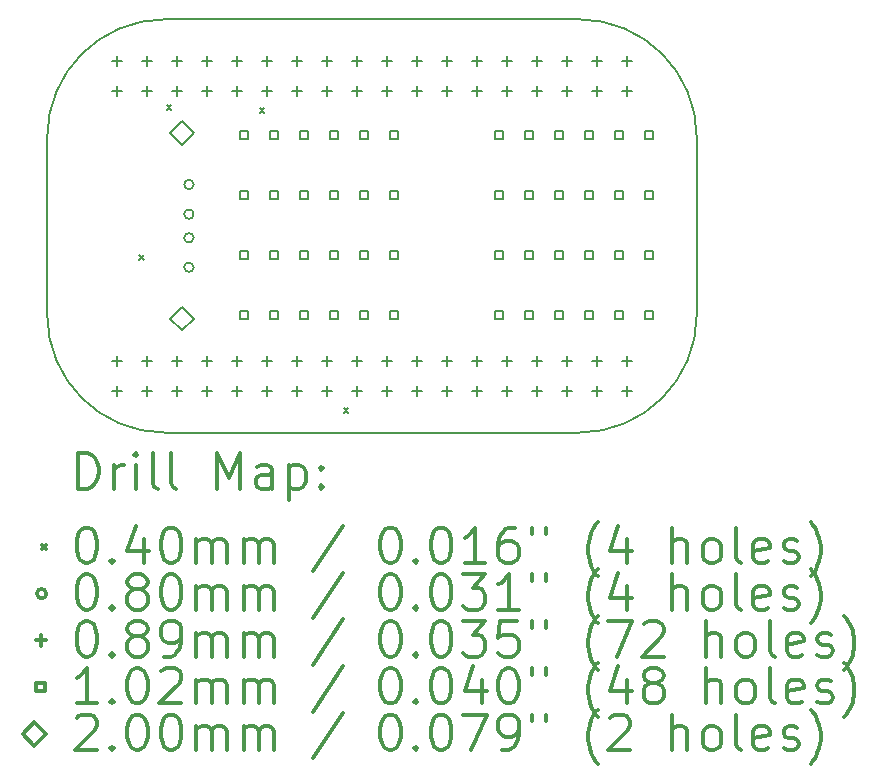
<source format=gbr>
%FSLAX45Y45*%
G04 Gerber Fmt 4.5, Leading zero omitted, Abs format (unit mm)*
G04 Created by KiCad (PCBNEW 4.0.5+dfsg1-4) date Sun Nov 25 11:14:34 2018*
%MOMM*%
%LPD*%
G01*
G04 APERTURE LIST*
%ADD10C,0.127000*%
%ADD11C,0.150000*%
%ADD12C,0.200000*%
%ADD13C,0.300000*%
G04 APERTURE END LIST*
D10*
D11*
X16600110Y-8750360D02*
X13100110Y-8750360D01*
X12100110Y-9750360D02*
G75*
G02X13100110Y-8750360I1000000J0D01*
G01*
X12100110Y-9750360D02*
X12100110Y-11250360D01*
X13100110Y-12250360D02*
G75*
G02X12100110Y-11250360I0J1000000D01*
G01*
X13100110Y-12250360D02*
X16600110Y-12250360D01*
X17600110Y-11250360D02*
G75*
G02X16600110Y-12250360I-1000000J0D01*
G01*
X17600110Y-11250360D02*
X17600110Y-9750360D01*
X16600110Y-8750360D02*
G75*
G02X17600110Y-9750360I0J-1000000D01*
G01*
D12*
X12880000Y-10750000D02*
X12920000Y-10790000D01*
X12920000Y-10750000D02*
X12880000Y-10790000D01*
X13111800Y-9479600D02*
X13151800Y-9519600D01*
X13151800Y-9479600D02*
X13111800Y-9519600D01*
X13899200Y-9505000D02*
X13939200Y-9545000D01*
X13939200Y-9505000D02*
X13899200Y-9545000D01*
X14610400Y-12045000D02*
X14650400Y-12085000D01*
X14650400Y-12045000D02*
X14610400Y-12085000D01*
X13340000Y-10150000D02*
G75*
G03X13340000Y-10150000I-40000J0D01*
G01*
X13340000Y-10400000D02*
G75*
G03X13340000Y-10400000I-40000J0D01*
G01*
X13340000Y-10600000D02*
G75*
G03X13340000Y-10600000I-40000J0D01*
G01*
X13340000Y-10850000D02*
G75*
G03X13340000Y-10850000I-40000J0D01*
G01*
X12691110Y-9058910D02*
X12691110Y-9147810D01*
X12646660Y-9103360D02*
X12735560Y-9103360D01*
X12691110Y-9312910D02*
X12691110Y-9401810D01*
X12646660Y-9357360D02*
X12735560Y-9357360D01*
X12691110Y-11598910D02*
X12691110Y-11687810D01*
X12646660Y-11643360D02*
X12735560Y-11643360D01*
X12691110Y-11852910D02*
X12691110Y-11941810D01*
X12646660Y-11897360D02*
X12735560Y-11897360D01*
X12945110Y-9058910D02*
X12945110Y-9147810D01*
X12900660Y-9103360D02*
X12989560Y-9103360D01*
X12945110Y-9312910D02*
X12945110Y-9401810D01*
X12900660Y-9357360D02*
X12989560Y-9357360D01*
X12945110Y-11598910D02*
X12945110Y-11687810D01*
X12900660Y-11643360D02*
X12989560Y-11643360D01*
X12945110Y-11852910D02*
X12945110Y-11941810D01*
X12900660Y-11897360D02*
X12989560Y-11897360D01*
X13199110Y-9058910D02*
X13199110Y-9147810D01*
X13154660Y-9103360D02*
X13243560Y-9103360D01*
X13199110Y-9312910D02*
X13199110Y-9401810D01*
X13154660Y-9357360D02*
X13243560Y-9357360D01*
X13199110Y-11598910D02*
X13199110Y-11687810D01*
X13154660Y-11643360D02*
X13243560Y-11643360D01*
X13199110Y-11852910D02*
X13199110Y-11941810D01*
X13154660Y-11897360D02*
X13243560Y-11897360D01*
X13453110Y-9058910D02*
X13453110Y-9147810D01*
X13408660Y-9103360D02*
X13497560Y-9103360D01*
X13453110Y-9312910D02*
X13453110Y-9401810D01*
X13408660Y-9357360D02*
X13497560Y-9357360D01*
X13453110Y-11598910D02*
X13453110Y-11687810D01*
X13408660Y-11643360D02*
X13497560Y-11643360D01*
X13453110Y-11852910D02*
X13453110Y-11941810D01*
X13408660Y-11897360D02*
X13497560Y-11897360D01*
X13707110Y-9058910D02*
X13707110Y-9147810D01*
X13662660Y-9103360D02*
X13751560Y-9103360D01*
X13707110Y-9312910D02*
X13707110Y-9401810D01*
X13662660Y-9357360D02*
X13751560Y-9357360D01*
X13707110Y-11598910D02*
X13707110Y-11687810D01*
X13662660Y-11643360D02*
X13751560Y-11643360D01*
X13707110Y-11852910D02*
X13707110Y-11941810D01*
X13662660Y-11897360D02*
X13751560Y-11897360D01*
X13961110Y-9058910D02*
X13961110Y-9147810D01*
X13916660Y-9103360D02*
X14005560Y-9103360D01*
X13961110Y-9312910D02*
X13961110Y-9401810D01*
X13916660Y-9357360D02*
X14005560Y-9357360D01*
X13961110Y-11598910D02*
X13961110Y-11687810D01*
X13916660Y-11643360D02*
X14005560Y-11643360D01*
X13961110Y-11852910D02*
X13961110Y-11941810D01*
X13916660Y-11897360D02*
X14005560Y-11897360D01*
X14215110Y-9058910D02*
X14215110Y-9147810D01*
X14170660Y-9103360D02*
X14259560Y-9103360D01*
X14215110Y-9312910D02*
X14215110Y-9401810D01*
X14170660Y-9357360D02*
X14259560Y-9357360D01*
X14215110Y-11598910D02*
X14215110Y-11687810D01*
X14170660Y-11643360D02*
X14259560Y-11643360D01*
X14215110Y-11852910D02*
X14215110Y-11941810D01*
X14170660Y-11897360D02*
X14259560Y-11897360D01*
X14469110Y-9058910D02*
X14469110Y-9147810D01*
X14424660Y-9103360D02*
X14513560Y-9103360D01*
X14469110Y-9312910D02*
X14469110Y-9401810D01*
X14424660Y-9357360D02*
X14513560Y-9357360D01*
X14469110Y-11598910D02*
X14469110Y-11687810D01*
X14424660Y-11643360D02*
X14513560Y-11643360D01*
X14469110Y-11852910D02*
X14469110Y-11941810D01*
X14424660Y-11897360D02*
X14513560Y-11897360D01*
X14723110Y-9058910D02*
X14723110Y-9147810D01*
X14678660Y-9103360D02*
X14767560Y-9103360D01*
X14723110Y-9312910D02*
X14723110Y-9401810D01*
X14678660Y-9357360D02*
X14767560Y-9357360D01*
X14723110Y-11598910D02*
X14723110Y-11687810D01*
X14678660Y-11643360D02*
X14767560Y-11643360D01*
X14723110Y-11852910D02*
X14723110Y-11941810D01*
X14678660Y-11897360D02*
X14767560Y-11897360D01*
X14977110Y-9058910D02*
X14977110Y-9147810D01*
X14932660Y-9103360D02*
X15021560Y-9103360D01*
X14977110Y-9312910D02*
X14977110Y-9401810D01*
X14932660Y-9357360D02*
X15021560Y-9357360D01*
X14977110Y-11598910D02*
X14977110Y-11687810D01*
X14932660Y-11643360D02*
X15021560Y-11643360D01*
X14977110Y-11852910D02*
X14977110Y-11941810D01*
X14932660Y-11897360D02*
X15021560Y-11897360D01*
X15231110Y-9058910D02*
X15231110Y-9147810D01*
X15186660Y-9103360D02*
X15275560Y-9103360D01*
X15231110Y-9312910D02*
X15231110Y-9401810D01*
X15186660Y-9357360D02*
X15275560Y-9357360D01*
X15231110Y-11598910D02*
X15231110Y-11687810D01*
X15186660Y-11643360D02*
X15275560Y-11643360D01*
X15231110Y-11852910D02*
X15231110Y-11941810D01*
X15186660Y-11897360D02*
X15275560Y-11897360D01*
X15485110Y-9058910D02*
X15485110Y-9147810D01*
X15440660Y-9103360D02*
X15529560Y-9103360D01*
X15485110Y-9312910D02*
X15485110Y-9401810D01*
X15440660Y-9357360D02*
X15529560Y-9357360D01*
X15485110Y-11598910D02*
X15485110Y-11687810D01*
X15440660Y-11643360D02*
X15529560Y-11643360D01*
X15485110Y-11852910D02*
X15485110Y-11941810D01*
X15440660Y-11897360D02*
X15529560Y-11897360D01*
X15739110Y-9058910D02*
X15739110Y-9147810D01*
X15694660Y-9103360D02*
X15783560Y-9103360D01*
X15739110Y-9312910D02*
X15739110Y-9401810D01*
X15694660Y-9357360D02*
X15783560Y-9357360D01*
X15739110Y-11598910D02*
X15739110Y-11687810D01*
X15694660Y-11643360D02*
X15783560Y-11643360D01*
X15739110Y-11852910D02*
X15739110Y-11941810D01*
X15694660Y-11897360D02*
X15783560Y-11897360D01*
X15993110Y-9058910D02*
X15993110Y-9147810D01*
X15948660Y-9103360D02*
X16037560Y-9103360D01*
X15993110Y-9312910D02*
X15993110Y-9401810D01*
X15948660Y-9357360D02*
X16037560Y-9357360D01*
X15993110Y-11598910D02*
X15993110Y-11687810D01*
X15948660Y-11643360D02*
X16037560Y-11643360D01*
X15993110Y-11852910D02*
X15993110Y-11941810D01*
X15948660Y-11897360D02*
X16037560Y-11897360D01*
X16247110Y-9058910D02*
X16247110Y-9147810D01*
X16202660Y-9103360D02*
X16291560Y-9103360D01*
X16247110Y-9312910D02*
X16247110Y-9401810D01*
X16202660Y-9357360D02*
X16291560Y-9357360D01*
X16247110Y-11598910D02*
X16247110Y-11687810D01*
X16202660Y-11643360D02*
X16291560Y-11643360D01*
X16247110Y-11852910D02*
X16247110Y-11941810D01*
X16202660Y-11897360D02*
X16291560Y-11897360D01*
X16501110Y-9058910D02*
X16501110Y-9147810D01*
X16456660Y-9103360D02*
X16545560Y-9103360D01*
X16501110Y-9312910D02*
X16501110Y-9401810D01*
X16456660Y-9357360D02*
X16545560Y-9357360D01*
X16501110Y-11598910D02*
X16501110Y-11687810D01*
X16456660Y-11643360D02*
X16545560Y-11643360D01*
X16501110Y-11852910D02*
X16501110Y-11941810D01*
X16456660Y-11897360D02*
X16545560Y-11897360D01*
X16755110Y-9058910D02*
X16755110Y-9147810D01*
X16710660Y-9103360D02*
X16799560Y-9103360D01*
X16755110Y-9312910D02*
X16755110Y-9401810D01*
X16710660Y-9357360D02*
X16799560Y-9357360D01*
X16755110Y-11598910D02*
X16755110Y-11687810D01*
X16710660Y-11643360D02*
X16799560Y-11643360D01*
X16755110Y-11852910D02*
X16755110Y-11941810D01*
X16710660Y-11897360D02*
X16799560Y-11897360D01*
X17009110Y-9058910D02*
X17009110Y-9147810D01*
X16964660Y-9103360D02*
X17053560Y-9103360D01*
X17009110Y-9312910D02*
X17009110Y-9401810D01*
X16964660Y-9357360D02*
X17053560Y-9357360D01*
X17009110Y-11598910D02*
X17009110Y-11687810D01*
X16964660Y-11643360D02*
X17053560Y-11643360D01*
X17009110Y-11852910D02*
X17009110Y-11941810D01*
X16964660Y-11897360D02*
X17053560Y-11897360D01*
X13802721Y-9764121D02*
X13802721Y-9692279D01*
X13730879Y-9692279D01*
X13730879Y-9764121D01*
X13802721Y-9764121D01*
X13802721Y-10272121D02*
X13802721Y-10200279D01*
X13730879Y-10200279D01*
X13730879Y-10272121D01*
X13802721Y-10272121D01*
X13802721Y-10780121D02*
X13802721Y-10708279D01*
X13730879Y-10708279D01*
X13730879Y-10780121D01*
X13802721Y-10780121D01*
X13802721Y-11288121D02*
X13802721Y-11216279D01*
X13730879Y-11216279D01*
X13730879Y-11288121D01*
X13802721Y-11288121D01*
X14056721Y-9764121D02*
X14056721Y-9692279D01*
X13984879Y-9692279D01*
X13984879Y-9764121D01*
X14056721Y-9764121D01*
X14056721Y-10272121D02*
X14056721Y-10200279D01*
X13984879Y-10200279D01*
X13984879Y-10272121D01*
X14056721Y-10272121D01*
X14056721Y-10780121D02*
X14056721Y-10708279D01*
X13984879Y-10708279D01*
X13984879Y-10780121D01*
X14056721Y-10780121D01*
X14056721Y-11288121D02*
X14056721Y-11216279D01*
X13984879Y-11216279D01*
X13984879Y-11288121D01*
X14056721Y-11288121D01*
X14310721Y-9764121D02*
X14310721Y-9692279D01*
X14238879Y-9692279D01*
X14238879Y-9764121D01*
X14310721Y-9764121D01*
X14310721Y-10272121D02*
X14310721Y-10200279D01*
X14238879Y-10200279D01*
X14238879Y-10272121D01*
X14310721Y-10272121D01*
X14310721Y-10780121D02*
X14310721Y-10708279D01*
X14238879Y-10708279D01*
X14238879Y-10780121D01*
X14310721Y-10780121D01*
X14310721Y-11288121D02*
X14310721Y-11216279D01*
X14238879Y-11216279D01*
X14238879Y-11288121D01*
X14310721Y-11288121D01*
X14564721Y-9764121D02*
X14564721Y-9692279D01*
X14492879Y-9692279D01*
X14492879Y-9764121D01*
X14564721Y-9764121D01*
X14564721Y-10272121D02*
X14564721Y-10200279D01*
X14492879Y-10200279D01*
X14492879Y-10272121D01*
X14564721Y-10272121D01*
X14564721Y-10780121D02*
X14564721Y-10708279D01*
X14492879Y-10708279D01*
X14492879Y-10780121D01*
X14564721Y-10780121D01*
X14564721Y-11288121D02*
X14564721Y-11216279D01*
X14492879Y-11216279D01*
X14492879Y-11288121D01*
X14564721Y-11288121D01*
X14818721Y-9764121D02*
X14818721Y-9692279D01*
X14746879Y-9692279D01*
X14746879Y-9764121D01*
X14818721Y-9764121D01*
X14818721Y-10272121D02*
X14818721Y-10200279D01*
X14746879Y-10200279D01*
X14746879Y-10272121D01*
X14818721Y-10272121D01*
X14818721Y-10780121D02*
X14818721Y-10708279D01*
X14746879Y-10708279D01*
X14746879Y-10780121D01*
X14818721Y-10780121D01*
X14818721Y-11288121D02*
X14818721Y-11216279D01*
X14746879Y-11216279D01*
X14746879Y-11288121D01*
X14818721Y-11288121D01*
X15072721Y-9764121D02*
X15072721Y-9692279D01*
X15000879Y-9692279D01*
X15000879Y-9764121D01*
X15072721Y-9764121D01*
X15072721Y-10272121D02*
X15072721Y-10200279D01*
X15000879Y-10200279D01*
X15000879Y-10272121D01*
X15072721Y-10272121D01*
X15072721Y-10780121D02*
X15072721Y-10708279D01*
X15000879Y-10708279D01*
X15000879Y-10780121D01*
X15072721Y-10780121D01*
X15072721Y-11288121D02*
X15072721Y-11216279D01*
X15000879Y-11216279D01*
X15000879Y-11288121D01*
X15072721Y-11288121D01*
X15961721Y-9764121D02*
X15961721Y-9692279D01*
X15889879Y-9692279D01*
X15889879Y-9764121D01*
X15961721Y-9764121D01*
X15961721Y-10272121D02*
X15961721Y-10200279D01*
X15889879Y-10200279D01*
X15889879Y-10272121D01*
X15961721Y-10272121D01*
X15961721Y-10780121D02*
X15961721Y-10708279D01*
X15889879Y-10708279D01*
X15889879Y-10780121D01*
X15961721Y-10780121D01*
X15961721Y-11288121D02*
X15961721Y-11216279D01*
X15889879Y-11216279D01*
X15889879Y-11288121D01*
X15961721Y-11288121D01*
X16215721Y-9764121D02*
X16215721Y-9692279D01*
X16143879Y-9692279D01*
X16143879Y-9764121D01*
X16215721Y-9764121D01*
X16215721Y-10272121D02*
X16215721Y-10200279D01*
X16143879Y-10200279D01*
X16143879Y-10272121D01*
X16215721Y-10272121D01*
X16215721Y-10780121D02*
X16215721Y-10708279D01*
X16143879Y-10708279D01*
X16143879Y-10780121D01*
X16215721Y-10780121D01*
X16215721Y-11288121D02*
X16215721Y-11216279D01*
X16143879Y-11216279D01*
X16143879Y-11288121D01*
X16215721Y-11288121D01*
X16469721Y-9764121D02*
X16469721Y-9692279D01*
X16397879Y-9692279D01*
X16397879Y-9764121D01*
X16469721Y-9764121D01*
X16469721Y-10272121D02*
X16469721Y-10200279D01*
X16397879Y-10200279D01*
X16397879Y-10272121D01*
X16469721Y-10272121D01*
X16469721Y-10780121D02*
X16469721Y-10708279D01*
X16397879Y-10708279D01*
X16397879Y-10780121D01*
X16469721Y-10780121D01*
X16469721Y-11288121D02*
X16469721Y-11216279D01*
X16397879Y-11216279D01*
X16397879Y-11288121D01*
X16469721Y-11288121D01*
X16723721Y-9764121D02*
X16723721Y-9692279D01*
X16651879Y-9692279D01*
X16651879Y-9764121D01*
X16723721Y-9764121D01*
X16723721Y-10272121D02*
X16723721Y-10200279D01*
X16651879Y-10200279D01*
X16651879Y-10272121D01*
X16723721Y-10272121D01*
X16723721Y-10780121D02*
X16723721Y-10708279D01*
X16651879Y-10708279D01*
X16651879Y-10780121D01*
X16723721Y-10780121D01*
X16723721Y-11288121D02*
X16723721Y-11216279D01*
X16651879Y-11216279D01*
X16651879Y-11288121D01*
X16723721Y-11288121D01*
X16977721Y-9764121D02*
X16977721Y-9692279D01*
X16905879Y-9692279D01*
X16905879Y-9764121D01*
X16977721Y-9764121D01*
X16977721Y-10272121D02*
X16977721Y-10200279D01*
X16905879Y-10200279D01*
X16905879Y-10272121D01*
X16977721Y-10272121D01*
X16977721Y-10780121D02*
X16977721Y-10708279D01*
X16905879Y-10708279D01*
X16905879Y-10780121D01*
X16977721Y-10780121D01*
X16977721Y-11288121D02*
X16977721Y-11216279D01*
X16905879Y-11216279D01*
X16905879Y-11288121D01*
X16977721Y-11288121D01*
X17231721Y-9764121D02*
X17231721Y-9692279D01*
X17159879Y-9692279D01*
X17159879Y-9764121D01*
X17231721Y-9764121D01*
X17231721Y-10272121D02*
X17231721Y-10200279D01*
X17159879Y-10200279D01*
X17159879Y-10272121D01*
X17231721Y-10272121D01*
X17231721Y-10780121D02*
X17231721Y-10708279D01*
X17159879Y-10708279D01*
X17159879Y-10780121D01*
X17231721Y-10780121D01*
X17231721Y-11288121D02*
X17231721Y-11216279D01*
X17159879Y-11216279D01*
X17159879Y-11288121D01*
X17231721Y-11288121D01*
X13240000Y-9815000D02*
X13340000Y-9715000D01*
X13240000Y-9615000D01*
X13140000Y-9715000D01*
X13240000Y-9815000D01*
X13240000Y-11385000D02*
X13340000Y-11285000D01*
X13240000Y-11185000D01*
X13140000Y-11285000D01*
X13240000Y-11385000D01*
D13*
X12364038Y-12723574D02*
X12364038Y-12423574D01*
X12435467Y-12423574D01*
X12478324Y-12437860D01*
X12506896Y-12466431D01*
X12521181Y-12495003D01*
X12535467Y-12552146D01*
X12535467Y-12595003D01*
X12521181Y-12652146D01*
X12506896Y-12680717D01*
X12478324Y-12709289D01*
X12435467Y-12723574D01*
X12364038Y-12723574D01*
X12664038Y-12723574D02*
X12664038Y-12523574D01*
X12664038Y-12580717D02*
X12678324Y-12552146D01*
X12692610Y-12537860D01*
X12721181Y-12523574D01*
X12749753Y-12523574D01*
X12849753Y-12723574D02*
X12849753Y-12523574D01*
X12849753Y-12423574D02*
X12835467Y-12437860D01*
X12849753Y-12452146D01*
X12864038Y-12437860D01*
X12849753Y-12423574D01*
X12849753Y-12452146D01*
X13035467Y-12723574D02*
X13006896Y-12709289D01*
X12992610Y-12680717D01*
X12992610Y-12423574D01*
X13192610Y-12723574D02*
X13164038Y-12709289D01*
X13149753Y-12680717D01*
X13149753Y-12423574D01*
X13535467Y-12723574D02*
X13535467Y-12423574D01*
X13635467Y-12637860D01*
X13735467Y-12423574D01*
X13735467Y-12723574D01*
X14006896Y-12723574D02*
X14006896Y-12566431D01*
X13992610Y-12537860D01*
X13964038Y-12523574D01*
X13906896Y-12523574D01*
X13878324Y-12537860D01*
X14006896Y-12709289D02*
X13978324Y-12723574D01*
X13906896Y-12723574D01*
X13878324Y-12709289D01*
X13864038Y-12680717D01*
X13864038Y-12652146D01*
X13878324Y-12623574D01*
X13906896Y-12609289D01*
X13978324Y-12609289D01*
X14006896Y-12595003D01*
X14149753Y-12523574D02*
X14149753Y-12823574D01*
X14149753Y-12537860D02*
X14178324Y-12523574D01*
X14235467Y-12523574D01*
X14264038Y-12537860D01*
X14278324Y-12552146D01*
X14292610Y-12580717D01*
X14292610Y-12666431D01*
X14278324Y-12695003D01*
X14264038Y-12709289D01*
X14235467Y-12723574D01*
X14178324Y-12723574D01*
X14149753Y-12709289D01*
X14421181Y-12695003D02*
X14435467Y-12709289D01*
X14421181Y-12723574D01*
X14406896Y-12709289D01*
X14421181Y-12695003D01*
X14421181Y-12723574D01*
X14421181Y-12537860D02*
X14435467Y-12552146D01*
X14421181Y-12566431D01*
X14406896Y-12552146D01*
X14421181Y-12537860D01*
X14421181Y-12566431D01*
X12052610Y-13197860D02*
X12092610Y-13237860D01*
X12092610Y-13197860D02*
X12052610Y-13237860D01*
X12421181Y-13053574D02*
X12449753Y-13053574D01*
X12478324Y-13067860D01*
X12492610Y-13082146D01*
X12506896Y-13110717D01*
X12521181Y-13167860D01*
X12521181Y-13239289D01*
X12506896Y-13296431D01*
X12492610Y-13325003D01*
X12478324Y-13339289D01*
X12449753Y-13353574D01*
X12421181Y-13353574D01*
X12392610Y-13339289D01*
X12378324Y-13325003D01*
X12364038Y-13296431D01*
X12349753Y-13239289D01*
X12349753Y-13167860D01*
X12364038Y-13110717D01*
X12378324Y-13082146D01*
X12392610Y-13067860D01*
X12421181Y-13053574D01*
X12649753Y-13325003D02*
X12664038Y-13339289D01*
X12649753Y-13353574D01*
X12635467Y-13339289D01*
X12649753Y-13325003D01*
X12649753Y-13353574D01*
X12921181Y-13153574D02*
X12921181Y-13353574D01*
X12849753Y-13039289D02*
X12778324Y-13253574D01*
X12964038Y-13253574D01*
X13135467Y-13053574D02*
X13164038Y-13053574D01*
X13192610Y-13067860D01*
X13206896Y-13082146D01*
X13221181Y-13110717D01*
X13235467Y-13167860D01*
X13235467Y-13239289D01*
X13221181Y-13296431D01*
X13206896Y-13325003D01*
X13192610Y-13339289D01*
X13164038Y-13353574D01*
X13135467Y-13353574D01*
X13106896Y-13339289D01*
X13092610Y-13325003D01*
X13078324Y-13296431D01*
X13064038Y-13239289D01*
X13064038Y-13167860D01*
X13078324Y-13110717D01*
X13092610Y-13082146D01*
X13106896Y-13067860D01*
X13135467Y-13053574D01*
X13364038Y-13353574D02*
X13364038Y-13153574D01*
X13364038Y-13182146D02*
X13378324Y-13167860D01*
X13406896Y-13153574D01*
X13449753Y-13153574D01*
X13478324Y-13167860D01*
X13492610Y-13196431D01*
X13492610Y-13353574D01*
X13492610Y-13196431D02*
X13506896Y-13167860D01*
X13535467Y-13153574D01*
X13578324Y-13153574D01*
X13606896Y-13167860D01*
X13621181Y-13196431D01*
X13621181Y-13353574D01*
X13764038Y-13353574D02*
X13764038Y-13153574D01*
X13764038Y-13182146D02*
X13778324Y-13167860D01*
X13806896Y-13153574D01*
X13849753Y-13153574D01*
X13878324Y-13167860D01*
X13892610Y-13196431D01*
X13892610Y-13353574D01*
X13892610Y-13196431D02*
X13906896Y-13167860D01*
X13935467Y-13153574D01*
X13978324Y-13153574D01*
X14006896Y-13167860D01*
X14021181Y-13196431D01*
X14021181Y-13353574D01*
X14606896Y-13039289D02*
X14349753Y-13425003D01*
X14992610Y-13053574D02*
X15021181Y-13053574D01*
X15049753Y-13067860D01*
X15064038Y-13082146D01*
X15078324Y-13110717D01*
X15092610Y-13167860D01*
X15092610Y-13239289D01*
X15078324Y-13296431D01*
X15064038Y-13325003D01*
X15049753Y-13339289D01*
X15021181Y-13353574D01*
X14992610Y-13353574D01*
X14964038Y-13339289D01*
X14949753Y-13325003D01*
X14935467Y-13296431D01*
X14921181Y-13239289D01*
X14921181Y-13167860D01*
X14935467Y-13110717D01*
X14949753Y-13082146D01*
X14964038Y-13067860D01*
X14992610Y-13053574D01*
X15221181Y-13325003D02*
X15235467Y-13339289D01*
X15221181Y-13353574D01*
X15206896Y-13339289D01*
X15221181Y-13325003D01*
X15221181Y-13353574D01*
X15421181Y-13053574D02*
X15449753Y-13053574D01*
X15478324Y-13067860D01*
X15492610Y-13082146D01*
X15506895Y-13110717D01*
X15521181Y-13167860D01*
X15521181Y-13239289D01*
X15506895Y-13296431D01*
X15492610Y-13325003D01*
X15478324Y-13339289D01*
X15449753Y-13353574D01*
X15421181Y-13353574D01*
X15392610Y-13339289D01*
X15378324Y-13325003D01*
X15364038Y-13296431D01*
X15349753Y-13239289D01*
X15349753Y-13167860D01*
X15364038Y-13110717D01*
X15378324Y-13082146D01*
X15392610Y-13067860D01*
X15421181Y-13053574D01*
X15806895Y-13353574D02*
X15635467Y-13353574D01*
X15721181Y-13353574D02*
X15721181Y-13053574D01*
X15692610Y-13096431D01*
X15664038Y-13125003D01*
X15635467Y-13139289D01*
X16064038Y-13053574D02*
X16006895Y-13053574D01*
X15978324Y-13067860D01*
X15964038Y-13082146D01*
X15935467Y-13125003D01*
X15921181Y-13182146D01*
X15921181Y-13296431D01*
X15935467Y-13325003D01*
X15949753Y-13339289D01*
X15978324Y-13353574D01*
X16035467Y-13353574D01*
X16064038Y-13339289D01*
X16078324Y-13325003D01*
X16092610Y-13296431D01*
X16092610Y-13225003D01*
X16078324Y-13196431D01*
X16064038Y-13182146D01*
X16035467Y-13167860D01*
X15978324Y-13167860D01*
X15949753Y-13182146D01*
X15935467Y-13196431D01*
X15921181Y-13225003D01*
X16206896Y-13053574D02*
X16206896Y-13110717D01*
X16321181Y-13053574D02*
X16321181Y-13110717D01*
X16764038Y-13467860D02*
X16749753Y-13453574D01*
X16721181Y-13410717D01*
X16706895Y-13382146D01*
X16692610Y-13339289D01*
X16678324Y-13267860D01*
X16678324Y-13210717D01*
X16692610Y-13139289D01*
X16706895Y-13096431D01*
X16721181Y-13067860D01*
X16749753Y-13025003D01*
X16764038Y-13010717D01*
X17006896Y-13153574D02*
X17006896Y-13353574D01*
X16935467Y-13039289D02*
X16864038Y-13253574D01*
X17049753Y-13253574D01*
X17392610Y-13353574D02*
X17392610Y-13053574D01*
X17521181Y-13353574D02*
X17521181Y-13196431D01*
X17506896Y-13167860D01*
X17478324Y-13153574D01*
X17435467Y-13153574D01*
X17406896Y-13167860D01*
X17392610Y-13182146D01*
X17706896Y-13353574D02*
X17678324Y-13339289D01*
X17664038Y-13325003D01*
X17649753Y-13296431D01*
X17649753Y-13210717D01*
X17664038Y-13182146D01*
X17678324Y-13167860D01*
X17706896Y-13153574D01*
X17749753Y-13153574D01*
X17778324Y-13167860D01*
X17792610Y-13182146D01*
X17806896Y-13210717D01*
X17806896Y-13296431D01*
X17792610Y-13325003D01*
X17778324Y-13339289D01*
X17749753Y-13353574D01*
X17706896Y-13353574D01*
X17978324Y-13353574D02*
X17949753Y-13339289D01*
X17935467Y-13310717D01*
X17935467Y-13053574D01*
X18206896Y-13339289D02*
X18178324Y-13353574D01*
X18121181Y-13353574D01*
X18092610Y-13339289D01*
X18078324Y-13310717D01*
X18078324Y-13196431D01*
X18092610Y-13167860D01*
X18121181Y-13153574D01*
X18178324Y-13153574D01*
X18206896Y-13167860D01*
X18221181Y-13196431D01*
X18221181Y-13225003D01*
X18078324Y-13253574D01*
X18335467Y-13339289D02*
X18364039Y-13353574D01*
X18421181Y-13353574D01*
X18449753Y-13339289D01*
X18464039Y-13310717D01*
X18464039Y-13296431D01*
X18449753Y-13267860D01*
X18421181Y-13253574D01*
X18378324Y-13253574D01*
X18349753Y-13239289D01*
X18335467Y-13210717D01*
X18335467Y-13196431D01*
X18349753Y-13167860D01*
X18378324Y-13153574D01*
X18421181Y-13153574D01*
X18449753Y-13167860D01*
X18564038Y-13467860D02*
X18578324Y-13453574D01*
X18606896Y-13410717D01*
X18621181Y-13382146D01*
X18635467Y-13339289D01*
X18649753Y-13267860D01*
X18649753Y-13210717D01*
X18635467Y-13139289D01*
X18621181Y-13096431D01*
X18606896Y-13067860D01*
X18578324Y-13025003D01*
X18564038Y-13010717D01*
X12092610Y-13613860D02*
G75*
G03X12092610Y-13613860I-40000J0D01*
G01*
X12421181Y-13449574D02*
X12449753Y-13449574D01*
X12478324Y-13463860D01*
X12492610Y-13478146D01*
X12506896Y-13506717D01*
X12521181Y-13563860D01*
X12521181Y-13635289D01*
X12506896Y-13692431D01*
X12492610Y-13721003D01*
X12478324Y-13735289D01*
X12449753Y-13749574D01*
X12421181Y-13749574D01*
X12392610Y-13735289D01*
X12378324Y-13721003D01*
X12364038Y-13692431D01*
X12349753Y-13635289D01*
X12349753Y-13563860D01*
X12364038Y-13506717D01*
X12378324Y-13478146D01*
X12392610Y-13463860D01*
X12421181Y-13449574D01*
X12649753Y-13721003D02*
X12664038Y-13735289D01*
X12649753Y-13749574D01*
X12635467Y-13735289D01*
X12649753Y-13721003D01*
X12649753Y-13749574D01*
X12835467Y-13578146D02*
X12806896Y-13563860D01*
X12792610Y-13549574D01*
X12778324Y-13521003D01*
X12778324Y-13506717D01*
X12792610Y-13478146D01*
X12806896Y-13463860D01*
X12835467Y-13449574D01*
X12892610Y-13449574D01*
X12921181Y-13463860D01*
X12935467Y-13478146D01*
X12949753Y-13506717D01*
X12949753Y-13521003D01*
X12935467Y-13549574D01*
X12921181Y-13563860D01*
X12892610Y-13578146D01*
X12835467Y-13578146D01*
X12806896Y-13592431D01*
X12792610Y-13606717D01*
X12778324Y-13635289D01*
X12778324Y-13692431D01*
X12792610Y-13721003D01*
X12806896Y-13735289D01*
X12835467Y-13749574D01*
X12892610Y-13749574D01*
X12921181Y-13735289D01*
X12935467Y-13721003D01*
X12949753Y-13692431D01*
X12949753Y-13635289D01*
X12935467Y-13606717D01*
X12921181Y-13592431D01*
X12892610Y-13578146D01*
X13135467Y-13449574D02*
X13164038Y-13449574D01*
X13192610Y-13463860D01*
X13206896Y-13478146D01*
X13221181Y-13506717D01*
X13235467Y-13563860D01*
X13235467Y-13635289D01*
X13221181Y-13692431D01*
X13206896Y-13721003D01*
X13192610Y-13735289D01*
X13164038Y-13749574D01*
X13135467Y-13749574D01*
X13106896Y-13735289D01*
X13092610Y-13721003D01*
X13078324Y-13692431D01*
X13064038Y-13635289D01*
X13064038Y-13563860D01*
X13078324Y-13506717D01*
X13092610Y-13478146D01*
X13106896Y-13463860D01*
X13135467Y-13449574D01*
X13364038Y-13749574D02*
X13364038Y-13549574D01*
X13364038Y-13578146D02*
X13378324Y-13563860D01*
X13406896Y-13549574D01*
X13449753Y-13549574D01*
X13478324Y-13563860D01*
X13492610Y-13592431D01*
X13492610Y-13749574D01*
X13492610Y-13592431D02*
X13506896Y-13563860D01*
X13535467Y-13549574D01*
X13578324Y-13549574D01*
X13606896Y-13563860D01*
X13621181Y-13592431D01*
X13621181Y-13749574D01*
X13764038Y-13749574D02*
X13764038Y-13549574D01*
X13764038Y-13578146D02*
X13778324Y-13563860D01*
X13806896Y-13549574D01*
X13849753Y-13549574D01*
X13878324Y-13563860D01*
X13892610Y-13592431D01*
X13892610Y-13749574D01*
X13892610Y-13592431D02*
X13906896Y-13563860D01*
X13935467Y-13549574D01*
X13978324Y-13549574D01*
X14006896Y-13563860D01*
X14021181Y-13592431D01*
X14021181Y-13749574D01*
X14606896Y-13435289D02*
X14349753Y-13821003D01*
X14992610Y-13449574D02*
X15021181Y-13449574D01*
X15049753Y-13463860D01*
X15064038Y-13478146D01*
X15078324Y-13506717D01*
X15092610Y-13563860D01*
X15092610Y-13635289D01*
X15078324Y-13692431D01*
X15064038Y-13721003D01*
X15049753Y-13735289D01*
X15021181Y-13749574D01*
X14992610Y-13749574D01*
X14964038Y-13735289D01*
X14949753Y-13721003D01*
X14935467Y-13692431D01*
X14921181Y-13635289D01*
X14921181Y-13563860D01*
X14935467Y-13506717D01*
X14949753Y-13478146D01*
X14964038Y-13463860D01*
X14992610Y-13449574D01*
X15221181Y-13721003D02*
X15235467Y-13735289D01*
X15221181Y-13749574D01*
X15206896Y-13735289D01*
X15221181Y-13721003D01*
X15221181Y-13749574D01*
X15421181Y-13449574D02*
X15449753Y-13449574D01*
X15478324Y-13463860D01*
X15492610Y-13478146D01*
X15506895Y-13506717D01*
X15521181Y-13563860D01*
X15521181Y-13635289D01*
X15506895Y-13692431D01*
X15492610Y-13721003D01*
X15478324Y-13735289D01*
X15449753Y-13749574D01*
X15421181Y-13749574D01*
X15392610Y-13735289D01*
X15378324Y-13721003D01*
X15364038Y-13692431D01*
X15349753Y-13635289D01*
X15349753Y-13563860D01*
X15364038Y-13506717D01*
X15378324Y-13478146D01*
X15392610Y-13463860D01*
X15421181Y-13449574D01*
X15621181Y-13449574D02*
X15806895Y-13449574D01*
X15706895Y-13563860D01*
X15749753Y-13563860D01*
X15778324Y-13578146D01*
X15792610Y-13592431D01*
X15806895Y-13621003D01*
X15806895Y-13692431D01*
X15792610Y-13721003D01*
X15778324Y-13735289D01*
X15749753Y-13749574D01*
X15664038Y-13749574D01*
X15635467Y-13735289D01*
X15621181Y-13721003D01*
X16092610Y-13749574D02*
X15921181Y-13749574D01*
X16006895Y-13749574D02*
X16006895Y-13449574D01*
X15978324Y-13492431D01*
X15949753Y-13521003D01*
X15921181Y-13535289D01*
X16206896Y-13449574D02*
X16206896Y-13506717D01*
X16321181Y-13449574D02*
X16321181Y-13506717D01*
X16764038Y-13863860D02*
X16749753Y-13849574D01*
X16721181Y-13806717D01*
X16706895Y-13778146D01*
X16692610Y-13735289D01*
X16678324Y-13663860D01*
X16678324Y-13606717D01*
X16692610Y-13535289D01*
X16706895Y-13492431D01*
X16721181Y-13463860D01*
X16749753Y-13421003D01*
X16764038Y-13406717D01*
X17006896Y-13549574D02*
X17006896Y-13749574D01*
X16935467Y-13435289D02*
X16864038Y-13649574D01*
X17049753Y-13649574D01*
X17392610Y-13749574D02*
X17392610Y-13449574D01*
X17521181Y-13749574D02*
X17521181Y-13592431D01*
X17506896Y-13563860D01*
X17478324Y-13549574D01*
X17435467Y-13549574D01*
X17406896Y-13563860D01*
X17392610Y-13578146D01*
X17706896Y-13749574D02*
X17678324Y-13735289D01*
X17664038Y-13721003D01*
X17649753Y-13692431D01*
X17649753Y-13606717D01*
X17664038Y-13578146D01*
X17678324Y-13563860D01*
X17706896Y-13549574D01*
X17749753Y-13549574D01*
X17778324Y-13563860D01*
X17792610Y-13578146D01*
X17806896Y-13606717D01*
X17806896Y-13692431D01*
X17792610Y-13721003D01*
X17778324Y-13735289D01*
X17749753Y-13749574D01*
X17706896Y-13749574D01*
X17978324Y-13749574D02*
X17949753Y-13735289D01*
X17935467Y-13706717D01*
X17935467Y-13449574D01*
X18206896Y-13735289D02*
X18178324Y-13749574D01*
X18121181Y-13749574D01*
X18092610Y-13735289D01*
X18078324Y-13706717D01*
X18078324Y-13592431D01*
X18092610Y-13563860D01*
X18121181Y-13549574D01*
X18178324Y-13549574D01*
X18206896Y-13563860D01*
X18221181Y-13592431D01*
X18221181Y-13621003D01*
X18078324Y-13649574D01*
X18335467Y-13735289D02*
X18364039Y-13749574D01*
X18421181Y-13749574D01*
X18449753Y-13735289D01*
X18464039Y-13706717D01*
X18464039Y-13692431D01*
X18449753Y-13663860D01*
X18421181Y-13649574D01*
X18378324Y-13649574D01*
X18349753Y-13635289D01*
X18335467Y-13606717D01*
X18335467Y-13592431D01*
X18349753Y-13563860D01*
X18378324Y-13549574D01*
X18421181Y-13549574D01*
X18449753Y-13563860D01*
X18564038Y-13863860D02*
X18578324Y-13849574D01*
X18606896Y-13806717D01*
X18621181Y-13778146D01*
X18635467Y-13735289D01*
X18649753Y-13663860D01*
X18649753Y-13606717D01*
X18635467Y-13535289D01*
X18621181Y-13492431D01*
X18606896Y-13463860D01*
X18578324Y-13421003D01*
X18564038Y-13406717D01*
X12048160Y-13965410D02*
X12048160Y-14054310D01*
X12003710Y-14009860D02*
X12092610Y-14009860D01*
X12421181Y-13845574D02*
X12449753Y-13845574D01*
X12478324Y-13859860D01*
X12492610Y-13874146D01*
X12506896Y-13902717D01*
X12521181Y-13959860D01*
X12521181Y-14031289D01*
X12506896Y-14088431D01*
X12492610Y-14117003D01*
X12478324Y-14131289D01*
X12449753Y-14145574D01*
X12421181Y-14145574D01*
X12392610Y-14131289D01*
X12378324Y-14117003D01*
X12364038Y-14088431D01*
X12349753Y-14031289D01*
X12349753Y-13959860D01*
X12364038Y-13902717D01*
X12378324Y-13874146D01*
X12392610Y-13859860D01*
X12421181Y-13845574D01*
X12649753Y-14117003D02*
X12664038Y-14131289D01*
X12649753Y-14145574D01*
X12635467Y-14131289D01*
X12649753Y-14117003D01*
X12649753Y-14145574D01*
X12835467Y-13974146D02*
X12806896Y-13959860D01*
X12792610Y-13945574D01*
X12778324Y-13917003D01*
X12778324Y-13902717D01*
X12792610Y-13874146D01*
X12806896Y-13859860D01*
X12835467Y-13845574D01*
X12892610Y-13845574D01*
X12921181Y-13859860D01*
X12935467Y-13874146D01*
X12949753Y-13902717D01*
X12949753Y-13917003D01*
X12935467Y-13945574D01*
X12921181Y-13959860D01*
X12892610Y-13974146D01*
X12835467Y-13974146D01*
X12806896Y-13988431D01*
X12792610Y-14002717D01*
X12778324Y-14031289D01*
X12778324Y-14088431D01*
X12792610Y-14117003D01*
X12806896Y-14131289D01*
X12835467Y-14145574D01*
X12892610Y-14145574D01*
X12921181Y-14131289D01*
X12935467Y-14117003D01*
X12949753Y-14088431D01*
X12949753Y-14031289D01*
X12935467Y-14002717D01*
X12921181Y-13988431D01*
X12892610Y-13974146D01*
X13092610Y-14145574D02*
X13149753Y-14145574D01*
X13178324Y-14131289D01*
X13192610Y-14117003D01*
X13221181Y-14074146D01*
X13235467Y-14017003D01*
X13235467Y-13902717D01*
X13221181Y-13874146D01*
X13206896Y-13859860D01*
X13178324Y-13845574D01*
X13121181Y-13845574D01*
X13092610Y-13859860D01*
X13078324Y-13874146D01*
X13064038Y-13902717D01*
X13064038Y-13974146D01*
X13078324Y-14002717D01*
X13092610Y-14017003D01*
X13121181Y-14031289D01*
X13178324Y-14031289D01*
X13206896Y-14017003D01*
X13221181Y-14002717D01*
X13235467Y-13974146D01*
X13364038Y-14145574D02*
X13364038Y-13945574D01*
X13364038Y-13974146D02*
X13378324Y-13959860D01*
X13406896Y-13945574D01*
X13449753Y-13945574D01*
X13478324Y-13959860D01*
X13492610Y-13988431D01*
X13492610Y-14145574D01*
X13492610Y-13988431D02*
X13506896Y-13959860D01*
X13535467Y-13945574D01*
X13578324Y-13945574D01*
X13606896Y-13959860D01*
X13621181Y-13988431D01*
X13621181Y-14145574D01*
X13764038Y-14145574D02*
X13764038Y-13945574D01*
X13764038Y-13974146D02*
X13778324Y-13959860D01*
X13806896Y-13945574D01*
X13849753Y-13945574D01*
X13878324Y-13959860D01*
X13892610Y-13988431D01*
X13892610Y-14145574D01*
X13892610Y-13988431D02*
X13906896Y-13959860D01*
X13935467Y-13945574D01*
X13978324Y-13945574D01*
X14006896Y-13959860D01*
X14021181Y-13988431D01*
X14021181Y-14145574D01*
X14606896Y-13831289D02*
X14349753Y-14217003D01*
X14992610Y-13845574D02*
X15021181Y-13845574D01*
X15049753Y-13859860D01*
X15064038Y-13874146D01*
X15078324Y-13902717D01*
X15092610Y-13959860D01*
X15092610Y-14031289D01*
X15078324Y-14088431D01*
X15064038Y-14117003D01*
X15049753Y-14131289D01*
X15021181Y-14145574D01*
X14992610Y-14145574D01*
X14964038Y-14131289D01*
X14949753Y-14117003D01*
X14935467Y-14088431D01*
X14921181Y-14031289D01*
X14921181Y-13959860D01*
X14935467Y-13902717D01*
X14949753Y-13874146D01*
X14964038Y-13859860D01*
X14992610Y-13845574D01*
X15221181Y-14117003D02*
X15235467Y-14131289D01*
X15221181Y-14145574D01*
X15206896Y-14131289D01*
X15221181Y-14117003D01*
X15221181Y-14145574D01*
X15421181Y-13845574D02*
X15449753Y-13845574D01*
X15478324Y-13859860D01*
X15492610Y-13874146D01*
X15506895Y-13902717D01*
X15521181Y-13959860D01*
X15521181Y-14031289D01*
X15506895Y-14088431D01*
X15492610Y-14117003D01*
X15478324Y-14131289D01*
X15449753Y-14145574D01*
X15421181Y-14145574D01*
X15392610Y-14131289D01*
X15378324Y-14117003D01*
X15364038Y-14088431D01*
X15349753Y-14031289D01*
X15349753Y-13959860D01*
X15364038Y-13902717D01*
X15378324Y-13874146D01*
X15392610Y-13859860D01*
X15421181Y-13845574D01*
X15621181Y-13845574D02*
X15806895Y-13845574D01*
X15706895Y-13959860D01*
X15749753Y-13959860D01*
X15778324Y-13974146D01*
X15792610Y-13988431D01*
X15806895Y-14017003D01*
X15806895Y-14088431D01*
X15792610Y-14117003D01*
X15778324Y-14131289D01*
X15749753Y-14145574D01*
X15664038Y-14145574D01*
X15635467Y-14131289D01*
X15621181Y-14117003D01*
X16078324Y-13845574D02*
X15935467Y-13845574D01*
X15921181Y-13988431D01*
X15935467Y-13974146D01*
X15964038Y-13959860D01*
X16035467Y-13959860D01*
X16064038Y-13974146D01*
X16078324Y-13988431D01*
X16092610Y-14017003D01*
X16092610Y-14088431D01*
X16078324Y-14117003D01*
X16064038Y-14131289D01*
X16035467Y-14145574D01*
X15964038Y-14145574D01*
X15935467Y-14131289D01*
X15921181Y-14117003D01*
X16206896Y-13845574D02*
X16206896Y-13902717D01*
X16321181Y-13845574D02*
X16321181Y-13902717D01*
X16764038Y-14259860D02*
X16749753Y-14245574D01*
X16721181Y-14202717D01*
X16706895Y-14174146D01*
X16692610Y-14131289D01*
X16678324Y-14059860D01*
X16678324Y-14002717D01*
X16692610Y-13931289D01*
X16706895Y-13888431D01*
X16721181Y-13859860D01*
X16749753Y-13817003D01*
X16764038Y-13802717D01*
X16849753Y-13845574D02*
X17049753Y-13845574D01*
X16921181Y-14145574D01*
X17149753Y-13874146D02*
X17164038Y-13859860D01*
X17192610Y-13845574D01*
X17264038Y-13845574D01*
X17292610Y-13859860D01*
X17306896Y-13874146D01*
X17321181Y-13902717D01*
X17321181Y-13931289D01*
X17306896Y-13974146D01*
X17135467Y-14145574D01*
X17321181Y-14145574D01*
X17678324Y-14145574D02*
X17678324Y-13845574D01*
X17806896Y-14145574D02*
X17806896Y-13988431D01*
X17792610Y-13959860D01*
X17764038Y-13945574D01*
X17721181Y-13945574D01*
X17692610Y-13959860D01*
X17678324Y-13974146D01*
X17992610Y-14145574D02*
X17964038Y-14131289D01*
X17949753Y-14117003D01*
X17935467Y-14088431D01*
X17935467Y-14002717D01*
X17949753Y-13974146D01*
X17964038Y-13959860D01*
X17992610Y-13945574D01*
X18035467Y-13945574D01*
X18064038Y-13959860D01*
X18078324Y-13974146D01*
X18092610Y-14002717D01*
X18092610Y-14088431D01*
X18078324Y-14117003D01*
X18064038Y-14131289D01*
X18035467Y-14145574D01*
X17992610Y-14145574D01*
X18264038Y-14145574D02*
X18235467Y-14131289D01*
X18221181Y-14102717D01*
X18221181Y-13845574D01*
X18492610Y-14131289D02*
X18464039Y-14145574D01*
X18406896Y-14145574D01*
X18378324Y-14131289D01*
X18364039Y-14102717D01*
X18364039Y-13988431D01*
X18378324Y-13959860D01*
X18406896Y-13945574D01*
X18464039Y-13945574D01*
X18492610Y-13959860D01*
X18506896Y-13988431D01*
X18506896Y-14017003D01*
X18364039Y-14045574D01*
X18621181Y-14131289D02*
X18649753Y-14145574D01*
X18706896Y-14145574D01*
X18735467Y-14131289D01*
X18749753Y-14102717D01*
X18749753Y-14088431D01*
X18735467Y-14059860D01*
X18706896Y-14045574D01*
X18664039Y-14045574D01*
X18635467Y-14031289D01*
X18621181Y-14002717D01*
X18621181Y-13988431D01*
X18635467Y-13959860D01*
X18664039Y-13945574D01*
X18706896Y-13945574D01*
X18735467Y-13959860D01*
X18849753Y-14259860D02*
X18864039Y-14245574D01*
X18892610Y-14202717D01*
X18906896Y-14174146D01*
X18921181Y-14131289D01*
X18935467Y-14059860D01*
X18935467Y-14002717D01*
X18921181Y-13931289D01*
X18906896Y-13888431D01*
X18892610Y-13859860D01*
X18864039Y-13817003D01*
X18849753Y-13802717D01*
X12077731Y-14441781D02*
X12077731Y-14369939D01*
X12005888Y-14369939D01*
X12005888Y-14441781D01*
X12077731Y-14441781D01*
X12521181Y-14541574D02*
X12349753Y-14541574D01*
X12435467Y-14541574D02*
X12435467Y-14241574D01*
X12406896Y-14284431D01*
X12378324Y-14313003D01*
X12349753Y-14327289D01*
X12649753Y-14513003D02*
X12664038Y-14527289D01*
X12649753Y-14541574D01*
X12635467Y-14527289D01*
X12649753Y-14513003D01*
X12649753Y-14541574D01*
X12849753Y-14241574D02*
X12878324Y-14241574D01*
X12906896Y-14255860D01*
X12921181Y-14270146D01*
X12935467Y-14298717D01*
X12949753Y-14355860D01*
X12949753Y-14427289D01*
X12935467Y-14484431D01*
X12921181Y-14513003D01*
X12906896Y-14527289D01*
X12878324Y-14541574D01*
X12849753Y-14541574D01*
X12821181Y-14527289D01*
X12806896Y-14513003D01*
X12792610Y-14484431D01*
X12778324Y-14427289D01*
X12778324Y-14355860D01*
X12792610Y-14298717D01*
X12806896Y-14270146D01*
X12821181Y-14255860D01*
X12849753Y-14241574D01*
X13064038Y-14270146D02*
X13078324Y-14255860D01*
X13106896Y-14241574D01*
X13178324Y-14241574D01*
X13206896Y-14255860D01*
X13221181Y-14270146D01*
X13235467Y-14298717D01*
X13235467Y-14327289D01*
X13221181Y-14370146D01*
X13049753Y-14541574D01*
X13235467Y-14541574D01*
X13364038Y-14541574D02*
X13364038Y-14341574D01*
X13364038Y-14370146D02*
X13378324Y-14355860D01*
X13406896Y-14341574D01*
X13449753Y-14341574D01*
X13478324Y-14355860D01*
X13492610Y-14384431D01*
X13492610Y-14541574D01*
X13492610Y-14384431D02*
X13506896Y-14355860D01*
X13535467Y-14341574D01*
X13578324Y-14341574D01*
X13606896Y-14355860D01*
X13621181Y-14384431D01*
X13621181Y-14541574D01*
X13764038Y-14541574D02*
X13764038Y-14341574D01*
X13764038Y-14370146D02*
X13778324Y-14355860D01*
X13806896Y-14341574D01*
X13849753Y-14341574D01*
X13878324Y-14355860D01*
X13892610Y-14384431D01*
X13892610Y-14541574D01*
X13892610Y-14384431D02*
X13906896Y-14355860D01*
X13935467Y-14341574D01*
X13978324Y-14341574D01*
X14006896Y-14355860D01*
X14021181Y-14384431D01*
X14021181Y-14541574D01*
X14606896Y-14227289D02*
X14349753Y-14613003D01*
X14992610Y-14241574D02*
X15021181Y-14241574D01*
X15049753Y-14255860D01*
X15064038Y-14270146D01*
X15078324Y-14298717D01*
X15092610Y-14355860D01*
X15092610Y-14427289D01*
X15078324Y-14484431D01*
X15064038Y-14513003D01*
X15049753Y-14527289D01*
X15021181Y-14541574D01*
X14992610Y-14541574D01*
X14964038Y-14527289D01*
X14949753Y-14513003D01*
X14935467Y-14484431D01*
X14921181Y-14427289D01*
X14921181Y-14355860D01*
X14935467Y-14298717D01*
X14949753Y-14270146D01*
X14964038Y-14255860D01*
X14992610Y-14241574D01*
X15221181Y-14513003D02*
X15235467Y-14527289D01*
X15221181Y-14541574D01*
X15206896Y-14527289D01*
X15221181Y-14513003D01*
X15221181Y-14541574D01*
X15421181Y-14241574D02*
X15449753Y-14241574D01*
X15478324Y-14255860D01*
X15492610Y-14270146D01*
X15506895Y-14298717D01*
X15521181Y-14355860D01*
X15521181Y-14427289D01*
X15506895Y-14484431D01*
X15492610Y-14513003D01*
X15478324Y-14527289D01*
X15449753Y-14541574D01*
X15421181Y-14541574D01*
X15392610Y-14527289D01*
X15378324Y-14513003D01*
X15364038Y-14484431D01*
X15349753Y-14427289D01*
X15349753Y-14355860D01*
X15364038Y-14298717D01*
X15378324Y-14270146D01*
X15392610Y-14255860D01*
X15421181Y-14241574D01*
X15778324Y-14341574D02*
X15778324Y-14541574D01*
X15706895Y-14227289D02*
X15635467Y-14441574D01*
X15821181Y-14441574D01*
X15992610Y-14241574D02*
X16021181Y-14241574D01*
X16049753Y-14255860D01*
X16064038Y-14270146D01*
X16078324Y-14298717D01*
X16092610Y-14355860D01*
X16092610Y-14427289D01*
X16078324Y-14484431D01*
X16064038Y-14513003D01*
X16049753Y-14527289D01*
X16021181Y-14541574D01*
X15992610Y-14541574D01*
X15964038Y-14527289D01*
X15949753Y-14513003D01*
X15935467Y-14484431D01*
X15921181Y-14427289D01*
X15921181Y-14355860D01*
X15935467Y-14298717D01*
X15949753Y-14270146D01*
X15964038Y-14255860D01*
X15992610Y-14241574D01*
X16206896Y-14241574D02*
X16206896Y-14298717D01*
X16321181Y-14241574D02*
X16321181Y-14298717D01*
X16764038Y-14655860D02*
X16749753Y-14641574D01*
X16721181Y-14598717D01*
X16706895Y-14570146D01*
X16692610Y-14527289D01*
X16678324Y-14455860D01*
X16678324Y-14398717D01*
X16692610Y-14327289D01*
X16706895Y-14284431D01*
X16721181Y-14255860D01*
X16749753Y-14213003D01*
X16764038Y-14198717D01*
X17006896Y-14341574D02*
X17006896Y-14541574D01*
X16935467Y-14227289D02*
X16864038Y-14441574D01*
X17049753Y-14441574D01*
X17206896Y-14370146D02*
X17178324Y-14355860D01*
X17164038Y-14341574D01*
X17149753Y-14313003D01*
X17149753Y-14298717D01*
X17164038Y-14270146D01*
X17178324Y-14255860D01*
X17206896Y-14241574D01*
X17264038Y-14241574D01*
X17292610Y-14255860D01*
X17306896Y-14270146D01*
X17321181Y-14298717D01*
X17321181Y-14313003D01*
X17306896Y-14341574D01*
X17292610Y-14355860D01*
X17264038Y-14370146D01*
X17206896Y-14370146D01*
X17178324Y-14384431D01*
X17164038Y-14398717D01*
X17149753Y-14427289D01*
X17149753Y-14484431D01*
X17164038Y-14513003D01*
X17178324Y-14527289D01*
X17206896Y-14541574D01*
X17264038Y-14541574D01*
X17292610Y-14527289D01*
X17306896Y-14513003D01*
X17321181Y-14484431D01*
X17321181Y-14427289D01*
X17306896Y-14398717D01*
X17292610Y-14384431D01*
X17264038Y-14370146D01*
X17678324Y-14541574D02*
X17678324Y-14241574D01*
X17806896Y-14541574D02*
X17806896Y-14384431D01*
X17792610Y-14355860D01*
X17764038Y-14341574D01*
X17721181Y-14341574D01*
X17692610Y-14355860D01*
X17678324Y-14370146D01*
X17992610Y-14541574D02*
X17964038Y-14527289D01*
X17949753Y-14513003D01*
X17935467Y-14484431D01*
X17935467Y-14398717D01*
X17949753Y-14370146D01*
X17964038Y-14355860D01*
X17992610Y-14341574D01*
X18035467Y-14341574D01*
X18064038Y-14355860D01*
X18078324Y-14370146D01*
X18092610Y-14398717D01*
X18092610Y-14484431D01*
X18078324Y-14513003D01*
X18064038Y-14527289D01*
X18035467Y-14541574D01*
X17992610Y-14541574D01*
X18264038Y-14541574D02*
X18235467Y-14527289D01*
X18221181Y-14498717D01*
X18221181Y-14241574D01*
X18492610Y-14527289D02*
X18464039Y-14541574D01*
X18406896Y-14541574D01*
X18378324Y-14527289D01*
X18364039Y-14498717D01*
X18364039Y-14384431D01*
X18378324Y-14355860D01*
X18406896Y-14341574D01*
X18464039Y-14341574D01*
X18492610Y-14355860D01*
X18506896Y-14384431D01*
X18506896Y-14413003D01*
X18364039Y-14441574D01*
X18621181Y-14527289D02*
X18649753Y-14541574D01*
X18706896Y-14541574D01*
X18735467Y-14527289D01*
X18749753Y-14498717D01*
X18749753Y-14484431D01*
X18735467Y-14455860D01*
X18706896Y-14441574D01*
X18664039Y-14441574D01*
X18635467Y-14427289D01*
X18621181Y-14398717D01*
X18621181Y-14384431D01*
X18635467Y-14355860D01*
X18664039Y-14341574D01*
X18706896Y-14341574D01*
X18735467Y-14355860D01*
X18849753Y-14655860D02*
X18864039Y-14641574D01*
X18892610Y-14598717D01*
X18906896Y-14570146D01*
X18921181Y-14527289D01*
X18935467Y-14455860D01*
X18935467Y-14398717D01*
X18921181Y-14327289D01*
X18906896Y-14284431D01*
X18892610Y-14255860D01*
X18864039Y-14213003D01*
X18849753Y-14198717D01*
X11992610Y-14901860D02*
X12092610Y-14801860D01*
X11992610Y-14701860D01*
X11892610Y-14801860D01*
X11992610Y-14901860D01*
X12349753Y-14666146D02*
X12364038Y-14651860D01*
X12392610Y-14637574D01*
X12464038Y-14637574D01*
X12492610Y-14651860D01*
X12506896Y-14666146D01*
X12521181Y-14694717D01*
X12521181Y-14723289D01*
X12506896Y-14766146D01*
X12335467Y-14937574D01*
X12521181Y-14937574D01*
X12649753Y-14909003D02*
X12664038Y-14923289D01*
X12649753Y-14937574D01*
X12635467Y-14923289D01*
X12649753Y-14909003D01*
X12649753Y-14937574D01*
X12849753Y-14637574D02*
X12878324Y-14637574D01*
X12906896Y-14651860D01*
X12921181Y-14666146D01*
X12935467Y-14694717D01*
X12949753Y-14751860D01*
X12949753Y-14823289D01*
X12935467Y-14880431D01*
X12921181Y-14909003D01*
X12906896Y-14923289D01*
X12878324Y-14937574D01*
X12849753Y-14937574D01*
X12821181Y-14923289D01*
X12806896Y-14909003D01*
X12792610Y-14880431D01*
X12778324Y-14823289D01*
X12778324Y-14751860D01*
X12792610Y-14694717D01*
X12806896Y-14666146D01*
X12821181Y-14651860D01*
X12849753Y-14637574D01*
X13135467Y-14637574D02*
X13164038Y-14637574D01*
X13192610Y-14651860D01*
X13206896Y-14666146D01*
X13221181Y-14694717D01*
X13235467Y-14751860D01*
X13235467Y-14823289D01*
X13221181Y-14880431D01*
X13206896Y-14909003D01*
X13192610Y-14923289D01*
X13164038Y-14937574D01*
X13135467Y-14937574D01*
X13106896Y-14923289D01*
X13092610Y-14909003D01*
X13078324Y-14880431D01*
X13064038Y-14823289D01*
X13064038Y-14751860D01*
X13078324Y-14694717D01*
X13092610Y-14666146D01*
X13106896Y-14651860D01*
X13135467Y-14637574D01*
X13364038Y-14937574D02*
X13364038Y-14737574D01*
X13364038Y-14766146D02*
X13378324Y-14751860D01*
X13406896Y-14737574D01*
X13449753Y-14737574D01*
X13478324Y-14751860D01*
X13492610Y-14780431D01*
X13492610Y-14937574D01*
X13492610Y-14780431D02*
X13506896Y-14751860D01*
X13535467Y-14737574D01*
X13578324Y-14737574D01*
X13606896Y-14751860D01*
X13621181Y-14780431D01*
X13621181Y-14937574D01*
X13764038Y-14937574D02*
X13764038Y-14737574D01*
X13764038Y-14766146D02*
X13778324Y-14751860D01*
X13806896Y-14737574D01*
X13849753Y-14737574D01*
X13878324Y-14751860D01*
X13892610Y-14780431D01*
X13892610Y-14937574D01*
X13892610Y-14780431D02*
X13906896Y-14751860D01*
X13935467Y-14737574D01*
X13978324Y-14737574D01*
X14006896Y-14751860D01*
X14021181Y-14780431D01*
X14021181Y-14937574D01*
X14606896Y-14623289D02*
X14349753Y-15009003D01*
X14992610Y-14637574D02*
X15021181Y-14637574D01*
X15049753Y-14651860D01*
X15064038Y-14666146D01*
X15078324Y-14694717D01*
X15092610Y-14751860D01*
X15092610Y-14823289D01*
X15078324Y-14880431D01*
X15064038Y-14909003D01*
X15049753Y-14923289D01*
X15021181Y-14937574D01*
X14992610Y-14937574D01*
X14964038Y-14923289D01*
X14949753Y-14909003D01*
X14935467Y-14880431D01*
X14921181Y-14823289D01*
X14921181Y-14751860D01*
X14935467Y-14694717D01*
X14949753Y-14666146D01*
X14964038Y-14651860D01*
X14992610Y-14637574D01*
X15221181Y-14909003D02*
X15235467Y-14923289D01*
X15221181Y-14937574D01*
X15206896Y-14923289D01*
X15221181Y-14909003D01*
X15221181Y-14937574D01*
X15421181Y-14637574D02*
X15449753Y-14637574D01*
X15478324Y-14651860D01*
X15492610Y-14666146D01*
X15506895Y-14694717D01*
X15521181Y-14751860D01*
X15521181Y-14823289D01*
X15506895Y-14880431D01*
X15492610Y-14909003D01*
X15478324Y-14923289D01*
X15449753Y-14937574D01*
X15421181Y-14937574D01*
X15392610Y-14923289D01*
X15378324Y-14909003D01*
X15364038Y-14880431D01*
X15349753Y-14823289D01*
X15349753Y-14751860D01*
X15364038Y-14694717D01*
X15378324Y-14666146D01*
X15392610Y-14651860D01*
X15421181Y-14637574D01*
X15621181Y-14637574D02*
X15821181Y-14637574D01*
X15692610Y-14937574D01*
X15949753Y-14937574D02*
X16006895Y-14937574D01*
X16035467Y-14923289D01*
X16049753Y-14909003D01*
X16078324Y-14866146D01*
X16092610Y-14809003D01*
X16092610Y-14694717D01*
X16078324Y-14666146D01*
X16064038Y-14651860D01*
X16035467Y-14637574D01*
X15978324Y-14637574D01*
X15949753Y-14651860D01*
X15935467Y-14666146D01*
X15921181Y-14694717D01*
X15921181Y-14766146D01*
X15935467Y-14794717D01*
X15949753Y-14809003D01*
X15978324Y-14823289D01*
X16035467Y-14823289D01*
X16064038Y-14809003D01*
X16078324Y-14794717D01*
X16092610Y-14766146D01*
X16206896Y-14637574D02*
X16206896Y-14694717D01*
X16321181Y-14637574D02*
X16321181Y-14694717D01*
X16764038Y-15051860D02*
X16749753Y-15037574D01*
X16721181Y-14994717D01*
X16706895Y-14966146D01*
X16692610Y-14923289D01*
X16678324Y-14851860D01*
X16678324Y-14794717D01*
X16692610Y-14723289D01*
X16706895Y-14680431D01*
X16721181Y-14651860D01*
X16749753Y-14609003D01*
X16764038Y-14594717D01*
X16864038Y-14666146D02*
X16878324Y-14651860D01*
X16906896Y-14637574D01*
X16978324Y-14637574D01*
X17006896Y-14651860D01*
X17021181Y-14666146D01*
X17035467Y-14694717D01*
X17035467Y-14723289D01*
X17021181Y-14766146D01*
X16849753Y-14937574D01*
X17035467Y-14937574D01*
X17392610Y-14937574D02*
X17392610Y-14637574D01*
X17521181Y-14937574D02*
X17521181Y-14780431D01*
X17506896Y-14751860D01*
X17478324Y-14737574D01*
X17435467Y-14737574D01*
X17406896Y-14751860D01*
X17392610Y-14766146D01*
X17706896Y-14937574D02*
X17678324Y-14923289D01*
X17664038Y-14909003D01*
X17649753Y-14880431D01*
X17649753Y-14794717D01*
X17664038Y-14766146D01*
X17678324Y-14751860D01*
X17706896Y-14737574D01*
X17749753Y-14737574D01*
X17778324Y-14751860D01*
X17792610Y-14766146D01*
X17806896Y-14794717D01*
X17806896Y-14880431D01*
X17792610Y-14909003D01*
X17778324Y-14923289D01*
X17749753Y-14937574D01*
X17706896Y-14937574D01*
X17978324Y-14937574D02*
X17949753Y-14923289D01*
X17935467Y-14894717D01*
X17935467Y-14637574D01*
X18206896Y-14923289D02*
X18178324Y-14937574D01*
X18121181Y-14937574D01*
X18092610Y-14923289D01*
X18078324Y-14894717D01*
X18078324Y-14780431D01*
X18092610Y-14751860D01*
X18121181Y-14737574D01*
X18178324Y-14737574D01*
X18206896Y-14751860D01*
X18221181Y-14780431D01*
X18221181Y-14809003D01*
X18078324Y-14837574D01*
X18335467Y-14923289D02*
X18364039Y-14937574D01*
X18421181Y-14937574D01*
X18449753Y-14923289D01*
X18464039Y-14894717D01*
X18464039Y-14880431D01*
X18449753Y-14851860D01*
X18421181Y-14837574D01*
X18378324Y-14837574D01*
X18349753Y-14823289D01*
X18335467Y-14794717D01*
X18335467Y-14780431D01*
X18349753Y-14751860D01*
X18378324Y-14737574D01*
X18421181Y-14737574D01*
X18449753Y-14751860D01*
X18564038Y-15051860D02*
X18578324Y-15037574D01*
X18606896Y-14994717D01*
X18621181Y-14966146D01*
X18635467Y-14923289D01*
X18649753Y-14851860D01*
X18649753Y-14794717D01*
X18635467Y-14723289D01*
X18621181Y-14680431D01*
X18606896Y-14651860D01*
X18578324Y-14609003D01*
X18564038Y-14594717D01*
M02*

</source>
